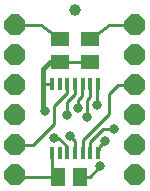
<source format=gbr>
G04 EAGLE Gerber RS-274X export*
G75*
%MOMM*%
%FSLAX34Y34*%
%LPD*%
%INTop Copper*%
%IPPOS*%
%AMOC8*
5,1,8,0,0,1.08239X$1,22.5*%
G01*
%ADD10R,1.500000X1.240000*%
%ADD11R,1.240000X1.500000*%
%ADD12R,0.304800X0.990600*%
%ADD13P,1.924489X8X22.500000*%
%ADD14P,1.924489X8X202.500000*%
%ADD15C,1.000000*%
%ADD16C,0.254000*%
%ADD17C,0.800100*%
%ADD18C,0.406400*%


D10*
X50800Y140310D03*
X50800Y121310D03*
X76200Y140310D03*
X76200Y121310D03*
D11*
X48920Y24130D03*
X67920Y24130D03*
D12*
X83000Y102838D03*
X76500Y102838D03*
X70000Y102838D03*
X63500Y102838D03*
X57000Y102838D03*
X50500Y102838D03*
X44000Y102838D03*
X44000Y44482D03*
X50500Y44482D03*
X57000Y44482D03*
X63500Y44482D03*
X70000Y44482D03*
X76500Y44482D03*
X83000Y44482D03*
D13*
X114300Y152400D03*
X114300Y127000D03*
X114300Y101600D03*
X114300Y76200D03*
X114300Y50800D03*
X114300Y25400D03*
D14*
X12700Y25400D03*
X12700Y50800D03*
X12700Y76200D03*
X12700Y101600D03*
X12700Y127000D03*
X12700Y152400D03*
D15*
X63500Y165100D03*
D16*
X57000Y49680D02*
X57000Y44482D01*
X57000Y49680D02*
X49530Y57150D01*
X45720Y57150D01*
D17*
X45720Y57150D03*
D16*
X63500Y54610D02*
X63500Y44482D01*
X63500Y54610D02*
X59690Y58420D01*
D17*
X59690Y58420D03*
D16*
X70000Y54760D02*
X70000Y44482D01*
X92710Y77470D02*
X92710Y93980D01*
X100330Y101600D01*
X114300Y101600D01*
X92710Y77470D02*
X70000Y54760D01*
X76500Y53640D02*
X76500Y44482D01*
X76500Y53640D02*
X87630Y64770D01*
X96520Y64770D01*
D17*
X96520Y64770D03*
D16*
X83852Y49562D02*
X83000Y44482D01*
X83852Y49562D02*
X88900Y54610D01*
D17*
X88900Y54610D03*
D16*
X76200Y140310D02*
X92100Y152400D01*
X114300Y152400D01*
D17*
X82550Y85090D03*
D16*
X82550Y102388D01*
X83000Y102838D01*
X50800Y140310D02*
X34900Y152400D01*
X12700Y152400D01*
X67920Y24130D02*
X76200Y24130D01*
X85090Y33020D01*
D17*
X85090Y33020D03*
X73660Y74930D03*
D16*
X73660Y88900D01*
X76200Y91440D01*
X76200Y102538D01*
X76500Y102838D01*
D17*
X66040Y82550D03*
D16*
X66040Y88900D01*
X69850Y92710D01*
X69850Y102688D01*
X70000Y102838D01*
X63500Y102838D02*
X63500Y93980D01*
X57150Y87630D01*
X57150Y76200D01*
D17*
X57150Y76200D03*
D16*
X27940Y50800D02*
X12700Y50800D01*
X27940Y50800D02*
X45720Y68580D01*
X45720Y83820D01*
X57000Y95100D01*
X57000Y102838D01*
X12700Y25400D02*
X13970Y24130D01*
X48920Y24130D01*
X44000Y30320D02*
X44000Y44482D01*
X44000Y30320D02*
X48920Y24130D01*
X50800Y121310D02*
X76200Y121310D01*
D18*
X50800Y121310D02*
X42570Y121310D01*
X36830Y115570D01*
X36830Y102870D01*
X36830Y81280D01*
X38100Y80010D01*
D17*
X38100Y80010D03*
D16*
X36830Y102838D02*
X44000Y102838D01*
X36830Y102838D02*
X36830Y102870D01*
M02*

</source>
